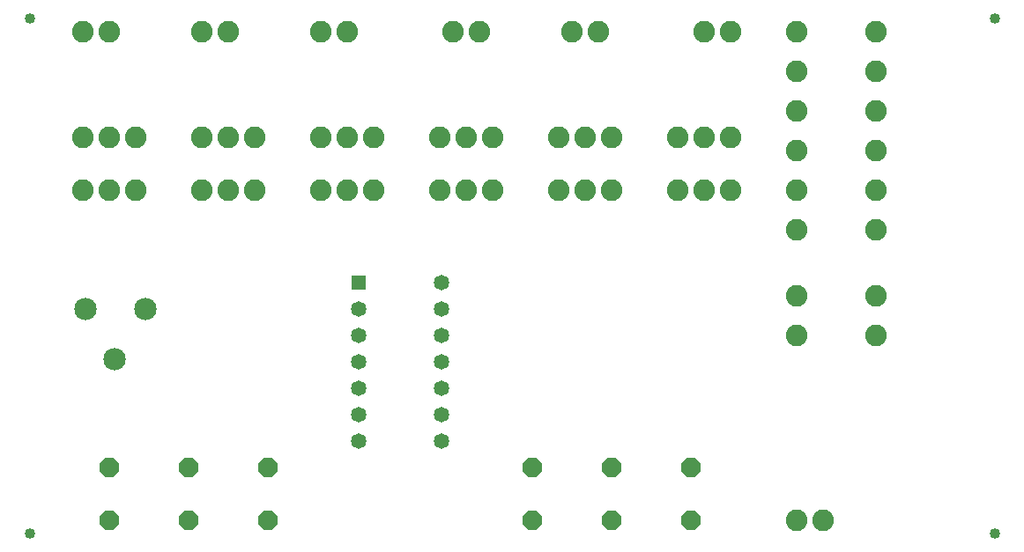
<source format=gbr>
G04 EAGLE Gerber RS-274X export*
G75*
%MOMM*%
%FSLAX34Y34*%
%LPD*%
%INSoldermask Top*%
%IPPOS*%
%AMOC8*
5,1,8,0,0,1.08239X$1,22.5*%
G01*
%ADD10C,1.016000*%
%ADD11P,1.951982X8X292.500000*%
%ADD12C,2.153200*%
%ADD13C,2.082800*%
%ADD14R,1.481200X1.481200*%
%ADD15C,1.481200*%


D10*
X1130300Y1054100D03*
X1130300Y558800D03*
X203200Y558800D03*
X203200Y1054100D03*
D11*
X838200Y622300D03*
X838200Y571500D03*
D12*
X314800Y774700D03*
X256800Y774700D03*
X284800Y726700D03*
D13*
X939800Y965200D03*
X1016000Y965200D03*
D14*
X519100Y800100D03*
D15*
X519100Y774700D03*
X519100Y749300D03*
X519100Y723900D03*
X519100Y698500D03*
X519100Y673100D03*
X519100Y647700D03*
X598500Y647700D03*
X598500Y673100D03*
X598500Y698500D03*
X598500Y723900D03*
X598500Y749300D03*
X598500Y774700D03*
X598500Y800100D03*
D11*
X762000Y622300D03*
X762000Y571500D03*
X685800Y622300D03*
X685800Y571500D03*
X431800Y622300D03*
X431800Y571500D03*
X355600Y622300D03*
X355600Y571500D03*
X279400Y622300D03*
X279400Y571500D03*
D13*
X939800Y1003300D03*
X1016000Y1003300D03*
X939800Y1041400D03*
X1016000Y1041400D03*
X939800Y850900D03*
X1016000Y850900D03*
X939800Y889000D03*
X1016000Y889000D03*
X939800Y927100D03*
X1016000Y927100D03*
X965200Y571500D03*
X939800Y571500D03*
X635000Y1041400D03*
X609600Y1041400D03*
X749300Y1041400D03*
X723900Y1041400D03*
X850900Y1041400D03*
X876300Y1041400D03*
X254000Y1041400D03*
X279400Y1041400D03*
X368300Y1041400D03*
X393700Y1041400D03*
X482600Y1041400D03*
X508000Y1041400D03*
X533400Y889000D03*
X508000Y889000D03*
X482600Y889000D03*
X419100Y889000D03*
X393700Y889000D03*
X368300Y889000D03*
X304800Y889000D03*
X279400Y889000D03*
X254000Y889000D03*
X876300Y889000D03*
X850900Y889000D03*
X825500Y889000D03*
X762000Y889000D03*
X736600Y889000D03*
X711200Y889000D03*
X647700Y889000D03*
X622300Y889000D03*
X596900Y889000D03*
X533400Y939800D03*
X508000Y939800D03*
X482600Y939800D03*
X419100Y939800D03*
X393700Y939800D03*
X368300Y939800D03*
X304800Y939800D03*
X279400Y939800D03*
X254000Y939800D03*
X876300Y939800D03*
X850900Y939800D03*
X825500Y939800D03*
X762000Y939800D03*
X736600Y939800D03*
X711200Y939800D03*
X647700Y939800D03*
X622300Y939800D03*
X596900Y939800D03*
X1016000Y787400D03*
X939800Y787400D03*
X939800Y749300D03*
X1016000Y749300D03*
M02*

</source>
